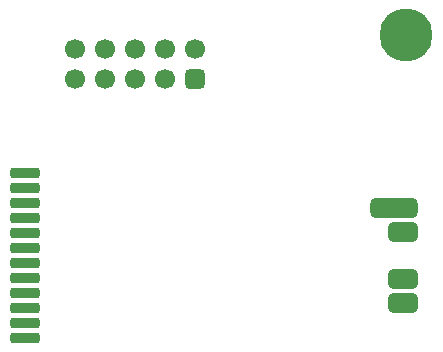
<source format=gbr>
%TF.GenerationSoftware,KiCad,Pcbnew,7.0.1-0*%
%TF.CreationDate,2023-08-23T15:05:40+02:00*%
%TF.ProjectId,ESP32SomfyPOE_bottom,45535033-3253-46f6-9d66-79504f455f62,rev?*%
%TF.SameCoordinates,Original*%
%TF.FileFunction,Soldermask,Bot*%
%TF.FilePolarity,Negative*%
%FSLAX46Y46*%
G04 Gerber Fmt 4.6, Leading zero omitted, Abs format (unit mm)*
G04 Created by KiCad (PCBNEW 7.0.1-0) date 2023-08-23 15:05:40*
%MOMM*%
%LPD*%
G01*
G04 APERTURE LIST*
G04 Aperture macros list*
%AMRoundRect*
0 Rectangle with rounded corners*
0 $1 Rounding radius*
0 $2 $3 $4 $5 $6 $7 $8 $9 X,Y pos of 4 corners*
0 Add a 4 corners polygon primitive as box body*
4,1,4,$2,$3,$4,$5,$6,$7,$8,$9,$2,$3,0*
0 Add four circle primitives for the rounded corners*
1,1,$1+$1,$2,$3*
1,1,$1+$1,$4,$5*
1,1,$1+$1,$6,$7*
1,1,$1+$1,$8,$9*
0 Add four rect primitives between the rounded corners*
20,1,$1+$1,$2,$3,$4,$5,0*
20,1,$1+$1,$4,$5,$6,$7,0*
20,1,$1+$1,$6,$7,$8,$9,0*
20,1,$1+$1,$8,$9,$2,$3,0*%
G04 Aperture macros list end*
%ADD10C,4.500000*%
%ADD11RoundRect,0.225000X1.025000X-0.225000X1.025000X0.225000X-1.025000X0.225000X-1.025000X-0.225000X0*%
%ADD12RoundRect,0.425000X1.575000X-0.425000X1.575000X0.425000X-1.575000X0.425000X-1.575000X-0.425000X0*%
%ADD13RoundRect,0.425000X0.825000X-0.425000X0.825000X0.425000X-0.825000X0.425000X-0.825000X-0.425000X0*%
%ADD14C,1.700000*%
%ADD15RoundRect,0.425000X-0.425000X0.425000X-0.425000X-0.425000X0.425000X-0.425000X0.425000X0.425000X0*%
G04 APERTURE END LIST*
D10*
%TO.C,H1*%
X119500000Y-65850000D03*
%TD*%
D11*
%TO.C,E07-433M20S*%
X87249000Y-91567000D03*
X87249000Y-90297000D03*
X87249000Y-89027000D03*
X87249000Y-87757000D03*
X87249000Y-86487000D03*
X87249000Y-85217000D03*
X87249000Y-83947000D03*
X87249000Y-82677000D03*
X87249000Y-81407000D03*
X87249000Y-80137000D03*
X87249000Y-78867000D03*
X87249000Y-77597000D03*
D12*
X118499000Y-80577000D03*
D13*
X119249000Y-82577000D03*
X119249000Y-86577000D03*
X119249000Y-88577000D03*
%TD*%
D14*
%TO.C,UEXT*%
X101600000Y-67056000D03*
D15*
X101600000Y-69596000D03*
D14*
X99060000Y-67056000D03*
X99060000Y-69596000D03*
X96520000Y-67056000D03*
X96520000Y-69596000D03*
X93980000Y-67056000D03*
X93980000Y-69596000D03*
X91440000Y-67056000D03*
X91440000Y-69596000D03*
%TD*%
M02*

</source>
